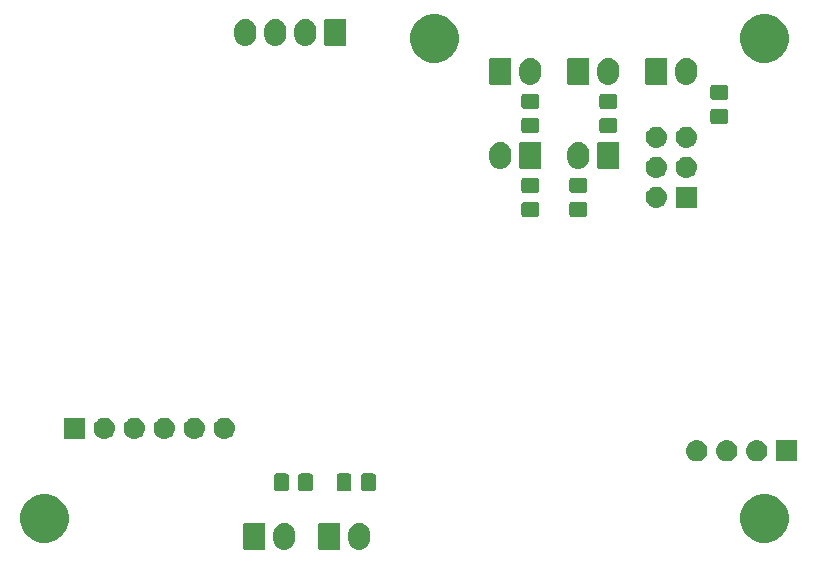
<source format=gbs>
%TF.GenerationSoftware,KiCad,Pcbnew,5.0.1*%
%TF.CreationDate,2019-02-04T17:12:45-06:00*%
%TF.ProjectId,RDP-Environmental,5244502D456E7669726F6E6D656E7461,01*%
%TF.SameCoordinates,Original*%
%TF.FileFunction,Soldermask,Bot*%
%TF.FilePolarity,Negative*%
%FSLAX46Y46*%
G04 Gerber Fmt 4.6, Leading zero omitted, Abs format (unit mm)*
G04 Created by KiCad (PCBNEW 5.0.1) date Mon 04 Feb 2019 05:12:45 PM CST*
%MOMM*%
%LPD*%
G01*
G04 APERTURE LIST*
%ADD10C,0.100000*%
G04 APERTURE END LIST*
D10*
G36*
X48440547Y-66426326D02*
X48556286Y-66461435D01*
X48614157Y-66478990D01*
X48635718Y-66490515D01*
X48774155Y-66564511D01*
X48914396Y-66679604D01*
X49029489Y-66819844D01*
X49069298Y-66894321D01*
X49115010Y-66979842D01*
X49124617Y-67011513D01*
X49167674Y-67153452D01*
X49181000Y-67288756D01*
X49181000Y-67839243D01*
X49167674Y-67974548D01*
X49115010Y-68148157D01*
X49029489Y-68308156D01*
X48914396Y-68448396D01*
X48774156Y-68563489D01*
X48755314Y-68573560D01*
X48614158Y-68649010D01*
X48567551Y-68663148D01*
X48440548Y-68701674D01*
X48260000Y-68719456D01*
X48079453Y-68701674D01*
X47952450Y-68663148D01*
X47905843Y-68649010D01*
X47764687Y-68573560D01*
X47745845Y-68563489D01*
X47605605Y-68448396D01*
X47490512Y-68308156D01*
X47450703Y-68233680D01*
X47404990Y-68148158D01*
X47387435Y-68090287D01*
X47352326Y-67974548D01*
X47339000Y-67839244D01*
X47339000Y-67288757D01*
X47352326Y-67153453D01*
X47404990Y-66979844D01*
X47404990Y-66979843D01*
X47436183Y-66921486D01*
X47490511Y-66819845D01*
X47605604Y-66679604D01*
X47745844Y-66564511D01*
X47882685Y-66491368D01*
X47905842Y-66478990D01*
X47963713Y-66461435D01*
X48079452Y-66426326D01*
X48260000Y-66408544D01*
X48440547Y-66426326D01*
X48440547Y-66426326D01*
G37*
G36*
X54790547Y-66426326D02*
X54906286Y-66461435D01*
X54964157Y-66478990D01*
X54985718Y-66490515D01*
X55124155Y-66564511D01*
X55264396Y-66679604D01*
X55379489Y-66819844D01*
X55419298Y-66894321D01*
X55465010Y-66979842D01*
X55474617Y-67011513D01*
X55517674Y-67153452D01*
X55531000Y-67288756D01*
X55531000Y-67839243D01*
X55517674Y-67974548D01*
X55465010Y-68148157D01*
X55379489Y-68308156D01*
X55264396Y-68448396D01*
X55124156Y-68563489D01*
X55105314Y-68573560D01*
X54964158Y-68649010D01*
X54917551Y-68663148D01*
X54790548Y-68701674D01*
X54610000Y-68719456D01*
X54429453Y-68701674D01*
X54302450Y-68663148D01*
X54255843Y-68649010D01*
X54114687Y-68573560D01*
X54095845Y-68563489D01*
X53955605Y-68448396D01*
X53840512Y-68308156D01*
X53800703Y-68233680D01*
X53754990Y-68148158D01*
X53737435Y-68090287D01*
X53702326Y-67974548D01*
X53689000Y-67839244D01*
X53689000Y-67288757D01*
X53702326Y-67153453D01*
X53754990Y-66979844D01*
X53754990Y-66979843D01*
X53786183Y-66921486D01*
X53840511Y-66819845D01*
X53955604Y-66679604D01*
X54095844Y-66564511D01*
X54232685Y-66491368D01*
X54255842Y-66478990D01*
X54313713Y-66461435D01*
X54429452Y-66426326D01*
X54610000Y-66408544D01*
X54790547Y-66426326D01*
X54790547Y-66426326D01*
G37*
G36*
X46499560Y-66416966D02*
X46532383Y-66426923D01*
X46562632Y-66443092D01*
X46589148Y-66464852D01*
X46610908Y-66491368D01*
X46627077Y-66521617D01*
X46637034Y-66554440D01*
X46641000Y-66594712D01*
X46641000Y-68533288D01*
X46637034Y-68573560D01*
X46627077Y-68606383D01*
X46610908Y-68636632D01*
X46589148Y-68663148D01*
X46562632Y-68684908D01*
X46532383Y-68701077D01*
X46499560Y-68711034D01*
X46459288Y-68715000D01*
X44980712Y-68715000D01*
X44940440Y-68711034D01*
X44907617Y-68701077D01*
X44877368Y-68684908D01*
X44850852Y-68663148D01*
X44829092Y-68636632D01*
X44812923Y-68606383D01*
X44802966Y-68573560D01*
X44799000Y-68533288D01*
X44799000Y-66594712D01*
X44802966Y-66554440D01*
X44812923Y-66521617D01*
X44829092Y-66491368D01*
X44850852Y-66464852D01*
X44877368Y-66443092D01*
X44907617Y-66426923D01*
X44940440Y-66416966D01*
X44980712Y-66413000D01*
X46459288Y-66413000D01*
X46499560Y-66416966D01*
X46499560Y-66416966D01*
G37*
G36*
X52849560Y-66416966D02*
X52882383Y-66426923D01*
X52912632Y-66443092D01*
X52939148Y-66464852D01*
X52960908Y-66491368D01*
X52977077Y-66521617D01*
X52987034Y-66554440D01*
X52991000Y-66594712D01*
X52991000Y-68533288D01*
X52987034Y-68573560D01*
X52977077Y-68606383D01*
X52960908Y-68636632D01*
X52939148Y-68663148D01*
X52912632Y-68684908D01*
X52882383Y-68701077D01*
X52849560Y-68711034D01*
X52809288Y-68715000D01*
X51330712Y-68715000D01*
X51290440Y-68711034D01*
X51257617Y-68701077D01*
X51227368Y-68684908D01*
X51200852Y-68663148D01*
X51179092Y-68636632D01*
X51162923Y-68606383D01*
X51152966Y-68573560D01*
X51149000Y-68533288D01*
X51149000Y-66594712D01*
X51152966Y-66554440D01*
X51162923Y-66521617D01*
X51179092Y-66491368D01*
X51200852Y-66464852D01*
X51227368Y-66443092D01*
X51257617Y-66426923D01*
X51290440Y-66416966D01*
X51330712Y-66413000D01*
X52809288Y-66413000D01*
X52849560Y-66416966D01*
X52849560Y-66416966D01*
G37*
G36*
X89498252Y-64067818D02*
X89498254Y-64067819D01*
X89498255Y-64067819D01*
X89871513Y-64222427D01*
X89871514Y-64222428D01*
X90207439Y-64446886D01*
X90493114Y-64732561D01*
X90493116Y-64732564D01*
X90717573Y-65068487D01*
X90872181Y-65441745D01*
X90872182Y-65441748D01*
X90951000Y-65837993D01*
X90951000Y-66242007D01*
X90880843Y-66594712D01*
X90872181Y-66638255D01*
X90717573Y-67011513D01*
X90622731Y-67153454D01*
X90493114Y-67347439D01*
X90207439Y-67633114D01*
X90207436Y-67633116D01*
X89871513Y-67857573D01*
X89498255Y-68012181D01*
X89498254Y-68012181D01*
X89498252Y-68012182D01*
X89102007Y-68091000D01*
X88697993Y-68091000D01*
X88301748Y-68012182D01*
X88301746Y-68012181D01*
X88301745Y-68012181D01*
X87928487Y-67857573D01*
X87592564Y-67633116D01*
X87592561Y-67633114D01*
X87306886Y-67347439D01*
X87177269Y-67153454D01*
X87082427Y-67011513D01*
X86927819Y-66638255D01*
X86919158Y-66594712D01*
X86849000Y-66242007D01*
X86849000Y-65837993D01*
X86927818Y-65441748D01*
X86927819Y-65441745D01*
X87082427Y-65068487D01*
X87306884Y-64732564D01*
X87306886Y-64732561D01*
X87592561Y-64446886D01*
X87928486Y-64222428D01*
X87928487Y-64222427D01*
X88301745Y-64067819D01*
X88301746Y-64067819D01*
X88301748Y-64067818D01*
X88697993Y-63989000D01*
X89102007Y-63989000D01*
X89498252Y-64067818D01*
X89498252Y-64067818D01*
G37*
G36*
X28538252Y-64067818D02*
X28538254Y-64067819D01*
X28538255Y-64067819D01*
X28911513Y-64222427D01*
X28911514Y-64222428D01*
X29247439Y-64446886D01*
X29533114Y-64732561D01*
X29533116Y-64732564D01*
X29757573Y-65068487D01*
X29912181Y-65441745D01*
X29912182Y-65441748D01*
X29991000Y-65837993D01*
X29991000Y-66242007D01*
X29920843Y-66594712D01*
X29912181Y-66638255D01*
X29757573Y-67011513D01*
X29662731Y-67153454D01*
X29533114Y-67347439D01*
X29247439Y-67633114D01*
X29247436Y-67633116D01*
X28911513Y-67857573D01*
X28538255Y-68012181D01*
X28538254Y-68012181D01*
X28538252Y-68012182D01*
X28142007Y-68091000D01*
X27737993Y-68091000D01*
X27341748Y-68012182D01*
X27341746Y-68012181D01*
X27341745Y-68012181D01*
X26968487Y-67857573D01*
X26632564Y-67633116D01*
X26632561Y-67633114D01*
X26346886Y-67347439D01*
X26217269Y-67153454D01*
X26122427Y-67011513D01*
X25967819Y-66638255D01*
X25959158Y-66594712D01*
X25889000Y-66242007D01*
X25889000Y-65837993D01*
X25967818Y-65441748D01*
X25967819Y-65441745D01*
X26122427Y-65068487D01*
X26346884Y-64732564D01*
X26346886Y-64732561D01*
X26632561Y-64446886D01*
X26968486Y-64222428D01*
X26968487Y-64222427D01*
X27341745Y-64067819D01*
X27341746Y-64067819D01*
X27341748Y-64067818D01*
X27737993Y-63989000D01*
X28142007Y-63989000D01*
X28538252Y-64067818D01*
X28538252Y-64067818D01*
G37*
G36*
X48469677Y-62245465D02*
X48507364Y-62256898D01*
X48542103Y-62275466D01*
X48572548Y-62300452D01*
X48597534Y-62330897D01*
X48616102Y-62365636D01*
X48627535Y-62403323D01*
X48632000Y-62448661D01*
X48632000Y-63535339D01*
X48627535Y-63580677D01*
X48616102Y-63618364D01*
X48597534Y-63653103D01*
X48572548Y-63683548D01*
X48542103Y-63708534D01*
X48507364Y-63727102D01*
X48469677Y-63738535D01*
X48424339Y-63743000D01*
X47587661Y-63743000D01*
X47542323Y-63738535D01*
X47504636Y-63727102D01*
X47469897Y-63708534D01*
X47439452Y-63683548D01*
X47414466Y-63653103D01*
X47395898Y-63618364D01*
X47384465Y-63580677D01*
X47380000Y-63535339D01*
X47380000Y-62448661D01*
X47384465Y-62403323D01*
X47395898Y-62365636D01*
X47414466Y-62330897D01*
X47439452Y-62300452D01*
X47469897Y-62275466D01*
X47504636Y-62256898D01*
X47542323Y-62245465D01*
X47587661Y-62241000D01*
X48424339Y-62241000D01*
X48469677Y-62245465D01*
X48469677Y-62245465D01*
G37*
G36*
X50519677Y-62245465D02*
X50557364Y-62256898D01*
X50592103Y-62275466D01*
X50622548Y-62300452D01*
X50647534Y-62330897D01*
X50666102Y-62365636D01*
X50677535Y-62403323D01*
X50682000Y-62448661D01*
X50682000Y-63535339D01*
X50677535Y-63580677D01*
X50666102Y-63618364D01*
X50647534Y-63653103D01*
X50622548Y-63683548D01*
X50592103Y-63708534D01*
X50557364Y-63727102D01*
X50519677Y-63738535D01*
X50474339Y-63743000D01*
X49637661Y-63743000D01*
X49592323Y-63738535D01*
X49554636Y-63727102D01*
X49519897Y-63708534D01*
X49489452Y-63683548D01*
X49464466Y-63653103D01*
X49445898Y-63618364D01*
X49434465Y-63580677D01*
X49430000Y-63535339D01*
X49430000Y-62448661D01*
X49434465Y-62403323D01*
X49445898Y-62365636D01*
X49464466Y-62330897D01*
X49489452Y-62300452D01*
X49519897Y-62275466D01*
X49554636Y-62256898D01*
X49592323Y-62245465D01*
X49637661Y-62241000D01*
X50474339Y-62241000D01*
X50519677Y-62245465D01*
X50519677Y-62245465D01*
G37*
G36*
X55835677Y-62245465D02*
X55873364Y-62256898D01*
X55908103Y-62275466D01*
X55938548Y-62300452D01*
X55963534Y-62330897D01*
X55982102Y-62365636D01*
X55993535Y-62403323D01*
X55998000Y-62448661D01*
X55998000Y-63535339D01*
X55993535Y-63580677D01*
X55982102Y-63618364D01*
X55963534Y-63653103D01*
X55938548Y-63683548D01*
X55908103Y-63708534D01*
X55873364Y-63727102D01*
X55835677Y-63738535D01*
X55790339Y-63743000D01*
X54953661Y-63743000D01*
X54908323Y-63738535D01*
X54870636Y-63727102D01*
X54835897Y-63708534D01*
X54805452Y-63683548D01*
X54780466Y-63653103D01*
X54761898Y-63618364D01*
X54750465Y-63580677D01*
X54746000Y-63535339D01*
X54746000Y-62448661D01*
X54750465Y-62403323D01*
X54761898Y-62365636D01*
X54780466Y-62330897D01*
X54805452Y-62300452D01*
X54835897Y-62275466D01*
X54870636Y-62256898D01*
X54908323Y-62245465D01*
X54953661Y-62241000D01*
X55790339Y-62241000D01*
X55835677Y-62245465D01*
X55835677Y-62245465D01*
G37*
G36*
X53785677Y-62245465D02*
X53823364Y-62256898D01*
X53858103Y-62275466D01*
X53888548Y-62300452D01*
X53913534Y-62330897D01*
X53932102Y-62365636D01*
X53943535Y-62403323D01*
X53948000Y-62448661D01*
X53948000Y-63535339D01*
X53943535Y-63580677D01*
X53932102Y-63618364D01*
X53913534Y-63653103D01*
X53888548Y-63683548D01*
X53858103Y-63708534D01*
X53823364Y-63727102D01*
X53785677Y-63738535D01*
X53740339Y-63743000D01*
X52903661Y-63743000D01*
X52858323Y-63738535D01*
X52820636Y-63727102D01*
X52785897Y-63708534D01*
X52755452Y-63683548D01*
X52730466Y-63653103D01*
X52711898Y-63618364D01*
X52700465Y-63580677D01*
X52696000Y-63535339D01*
X52696000Y-62448661D01*
X52700465Y-62403323D01*
X52711898Y-62365636D01*
X52730466Y-62330897D01*
X52755452Y-62300452D01*
X52785897Y-62275466D01*
X52820636Y-62256898D01*
X52858323Y-62245465D01*
X52903661Y-62241000D01*
X53740339Y-62241000D01*
X53785677Y-62245465D01*
X53785677Y-62245465D01*
G37*
G36*
X88375442Y-59430518D02*
X88441627Y-59437037D01*
X88554853Y-59471384D01*
X88611467Y-59488557D01*
X88750087Y-59562652D01*
X88767991Y-59572222D01*
X88803729Y-59601552D01*
X88905186Y-59684814D01*
X88988448Y-59786271D01*
X89017778Y-59822009D01*
X89017779Y-59822011D01*
X89101443Y-59978533D01*
X89101443Y-59978534D01*
X89152963Y-60148373D01*
X89170359Y-60325000D01*
X89152963Y-60501627D01*
X89118616Y-60614853D01*
X89101443Y-60671467D01*
X89027348Y-60810087D01*
X89017778Y-60827991D01*
X88988448Y-60863729D01*
X88905186Y-60965186D01*
X88803729Y-61048448D01*
X88767991Y-61077778D01*
X88767989Y-61077779D01*
X88611467Y-61161443D01*
X88554853Y-61178616D01*
X88441627Y-61212963D01*
X88375442Y-61219482D01*
X88309260Y-61226000D01*
X88220740Y-61226000D01*
X88154558Y-61219482D01*
X88088373Y-61212963D01*
X87975147Y-61178616D01*
X87918533Y-61161443D01*
X87762011Y-61077779D01*
X87762009Y-61077778D01*
X87726271Y-61048448D01*
X87624814Y-60965186D01*
X87541552Y-60863729D01*
X87512222Y-60827991D01*
X87502652Y-60810087D01*
X87428557Y-60671467D01*
X87411384Y-60614853D01*
X87377037Y-60501627D01*
X87359641Y-60325000D01*
X87377037Y-60148373D01*
X87428557Y-59978534D01*
X87428557Y-59978533D01*
X87512221Y-59822011D01*
X87512222Y-59822009D01*
X87541552Y-59786271D01*
X87624814Y-59684814D01*
X87726271Y-59601552D01*
X87762009Y-59572222D01*
X87779913Y-59562652D01*
X87918533Y-59488557D01*
X87975147Y-59471384D01*
X88088373Y-59437037D01*
X88154558Y-59430518D01*
X88220740Y-59424000D01*
X88309260Y-59424000D01*
X88375442Y-59430518D01*
X88375442Y-59430518D01*
G37*
G36*
X83295442Y-59430518D02*
X83361627Y-59437037D01*
X83474853Y-59471384D01*
X83531467Y-59488557D01*
X83670087Y-59562652D01*
X83687991Y-59572222D01*
X83723729Y-59601552D01*
X83825186Y-59684814D01*
X83908448Y-59786271D01*
X83937778Y-59822009D01*
X83937779Y-59822011D01*
X84021443Y-59978533D01*
X84021443Y-59978534D01*
X84072963Y-60148373D01*
X84090359Y-60325000D01*
X84072963Y-60501627D01*
X84038616Y-60614853D01*
X84021443Y-60671467D01*
X83947348Y-60810087D01*
X83937778Y-60827991D01*
X83908448Y-60863729D01*
X83825186Y-60965186D01*
X83723729Y-61048448D01*
X83687991Y-61077778D01*
X83687989Y-61077779D01*
X83531467Y-61161443D01*
X83474853Y-61178616D01*
X83361627Y-61212963D01*
X83295442Y-61219482D01*
X83229260Y-61226000D01*
X83140740Y-61226000D01*
X83074558Y-61219482D01*
X83008373Y-61212963D01*
X82895147Y-61178616D01*
X82838533Y-61161443D01*
X82682011Y-61077779D01*
X82682009Y-61077778D01*
X82646271Y-61048448D01*
X82544814Y-60965186D01*
X82461552Y-60863729D01*
X82432222Y-60827991D01*
X82422652Y-60810087D01*
X82348557Y-60671467D01*
X82331384Y-60614853D01*
X82297037Y-60501627D01*
X82279641Y-60325000D01*
X82297037Y-60148373D01*
X82348557Y-59978534D01*
X82348557Y-59978533D01*
X82432221Y-59822011D01*
X82432222Y-59822009D01*
X82461552Y-59786271D01*
X82544814Y-59684814D01*
X82646271Y-59601552D01*
X82682009Y-59572222D01*
X82699913Y-59562652D01*
X82838533Y-59488557D01*
X82895147Y-59471384D01*
X83008373Y-59437037D01*
X83074558Y-59430518D01*
X83140740Y-59424000D01*
X83229260Y-59424000D01*
X83295442Y-59430518D01*
X83295442Y-59430518D01*
G37*
G36*
X85835442Y-59430518D02*
X85901627Y-59437037D01*
X86014853Y-59471384D01*
X86071467Y-59488557D01*
X86210087Y-59562652D01*
X86227991Y-59572222D01*
X86263729Y-59601552D01*
X86365186Y-59684814D01*
X86448448Y-59786271D01*
X86477778Y-59822009D01*
X86477779Y-59822011D01*
X86561443Y-59978533D01*
X86561443Y-59978534D01*
X86612963Y-60148373D01*
X86630359Y-60325000D01*
X86612963Y-60501627D01*
X86578616Y-60614853D01*
X86561443Y-60671467D01*
X86487348Y-60810087D01*
X86477778Y-60827991D01*
X86448448Y-60863729D01*
X86365186Y-60965186D01*
X86263729Y-61048448D01*
X86227991Y-61077778D01*
X86227989Y-61077779D01*
X86071467Y-61161443D01*
X86014853Y-61178616D01*
X85901627Y-61212963D01*
X85835442Y-61219482D01*
X85769260Y-61226000D01*
X85680740Y-61226000D01*
X85614558Y-61219482D01*
X85548373Y-61212963D01*
X85435147Y-61178616D01*
X85378533Y-61161443D01*
X85222011Y-61077779D01*
X85222009Y-61077778D01*
X85186271Y-61048448D01*
X85084814Y-60965186D01*
X85001552Y-60863729D01*
X84972222Y-60827991D01*
X84962652Y-60810087D01*
X84888557Y-60671467D01*
X84871384Y-60614853D01*
X84837037Y-60501627D01*
X84819641Y-60325000D01*
X84837037Y-60148373D01*
X84888557Y-59978534D01*
X84888557Y-59978533D01*
X84972221Y-59822011D01*
X84972222Y-59822009D01*
X85001552Y-59786271D01*
X85084814Y-59684814D01*
X85186271Y-59601552D01*
X85222009Y-59572222D01*
X85239913Y-59562652D01*
X85378533Y-59488557D01*
X85435147Y-59471384D01*
X85548373Y-59437037D01*
X85614558Y-59430518D01*
X85680740Y-59424000D01*
X85769260Y-59424000D01*
X85835442Y-59430518D01*
X85835442Y-59430518D01*
G37*
G36*
X91706000Y-61226000D02*
X89904000Y-61226000D01*
X89904000Y-59424000D01*
X91706000Y-59424000D01*
X91706000Y-61226000D01*
X91706000Y-61226000D01*
G37*
G36*
X33130443Y-57525519D02*
X33196627Y-57532037D01*
X33309853Y-57566384D01*
X33366467Y-57583557D01*
X33505087Y-57657652D01*
X33522991Y-57667222D01*
X33558729Y-57696552D01*
X33660186Y-57779814D01*
X33743448Y-57881271D01*
X33772778Y-57917009D01*
X33772779Y-57917011D01*
X33856443Y-58073533D01*
X33856443Y-58073534D01*
X33907963Y-58243373D01*
X33925359Y-58420000D01*
X33907963Y-58596627D01*
X33873616Y-58709853D01*
X33856443Y-58766467D01*
X33782348Y-58905087D01*
X33772778Y-58922991D01*
X33743448Y-58958729D01*
X33660186Y-59060186D01*
X33558729Y-59143448D01*
X33522991Y-59172778D01*
X33522989Y-59172779D01*
X33366467Y-59256443D01*
X33309853Y-59273616D01*
X33196627Y-59307963D01*
X33130442Y-59314482D01*
X33064260Y-59321000D01*
X32975740Y-59321000D01*
X32909558Y-59314482D01*
X32843373Y-59307963D01*
X32730147Y-59273616D01*
X32673533Y-59256443D01*
X32517011Y-59172779D01*
X32517009Y-59172778D01*
X32481271Y-59143448D01*
X32379814Y-59060186D01*
X32296552Y-58958729D01*
X32267222Y-58922991D01*
X32257652Y-58905087D01*
X32183557Y-58766467D01*
X32166384Y-58709853D01*
X32132037Y-58596627D01*
X32114641Y-58420000D01*
X32132037Y-58243373D01*
X32183557Y-58073534D01*
X32183557Y-58073533D01*
X32267221Y-57917011D01*
X32267222Y-57917009D01*
X32296552Y-57881271D01*
X32379814Y-57779814D01*
X32481271Y-57696552D01*
X32517009Y-57667222D01*
X32534913Y-57657652D01*
X32673533Y-57583557D01*
X32730147Y-57566384D01*
X32843373Y-57532037D01*
X32909557Y-57525519D01*
X32975740Y-57519000D01*
X33064260Y-57519000D01*
X33130443Y-57525519D01*
X33130443Y-57525519D01*
G37*
G36*
X35670443Y-57525519D02*
X35736627Y-57532037D01*
X35849853Y-57566384D01*
X35906467Y-57583557D01*
X36045087Y-57657652D01*
X36062991Y-57667222D01*
X36098729Y-57696552D01*
X36200186Y-57779814D01*
X36283448Y-57881271D01*
X36312778Y-57917009D01*
X36312779Y-57917011D01*
X36396443Y-58073533D01*
X36396443Y-58073534D01*
X36447963Y-58243373D01*
X36465359Y-58420000D01*
X36447963Y-58596627D01*
X36413616Y-58709853D01*
X36396443Y-58766467D01*
X36322348Y-58905087D01*
X36312778Y-58922991D01*
X36283448Y-58958729D01*
X36200186Y-59060186D01*
X36098729Y-59143448D01*
X36062991Y-59172778D01*
X36062989Y-59172779D01*
X35906467Y-59256443D01*
X35849853Y-59273616D01*
X35736627Y-59307963D01*
X35670442Y-59314482D01*
X35604260Y-59321000D01*
X35515740Y-59321000D01*
X35449558Y-59314482D01*
X35383373Y-59307963D01*
X35270147Y-59273616D01*
X35213533Y-59256443D01*
X35057011Y-59172779D01*
X35057009Y-59172778D01*
X35021271Y-59143448D01*
X34919814Y-59060186D01*
X34836552Y-58958729D01*
X34807222Y-58922991D01*
X34797652Y-58905087D01*
X34723557Y-58766467D01*
X34706384Y-58709853D01*
X34672037Y-58596627D01*
X34654641Y-58420000D01*
X34672037Y-58243373D01*
X34723557Y-58073534D01*
X34723557Y-58073533D01*
X34807221Y-57917011D01*
X34807222Y-57917009D01*
X34836552Y-57881271D01*
X34919814Y-57779814D01*
X35021271Y-57696552D01*
X35057009Y-57667222D01*
X35074913Y-57657652D01*
X35213533Y-57583557D01*
X35270147Y-57566384D01*
X35383373Y-57532037D01*
X35449557Y-57525519D01*
X35515740Y-57519000D01*
X35604260Y-57519000D01*
X35670443Y-57525519D01*
X35670443Y-57525519D01*
G37*
G36*
X31381000Y-59321000D02*
X29579000Y-59321000D01*
X29579000Y-57519000D01*
X31381000Y-57519000D01*
X31381000Y-59321000D01*
X31381000Y-59321000D01*
G37*
G36*
X38210443Y-57525519D02*
X38276627Y-57532037D01*
X38389853Y-57566384D01*
X38446467Y-57583557D01*
X38585087Y-57657652D01*
X38602991Y-57667222D01*
X38638729Y-57696552D01*
X38740186Y-57779814D01*
X38823448Y-57881271D01*
X38852778Y-57917009D01*
X38852779Y-57917011D01*
X38936443Y-58073533D01*
X38936443Y-58073534D01*
X38987963Y-58243373D01*
X39005359Y-58420000D01*
X38987963Y-58596627D01*
X38953616Y-58709853D01*
X38936443Y-58766467D01*
X38862348Y-58905087D01*
X38852778Y-58922991D01*
X38823448Y-58958729D01*
X38740186Y-59060186D01*
X38638729Y-59143448D01*
X38602991Y-59172778D01*
X38602989Y-59172779D01*
X38446467Y-59256443D01*
X38389853Y-59273616D01*
X38276627Y-59307963D01*
X38210442Y-59314482D01*
X38144260Y-59321000D01*
X38055740Y-59321000D01*
X37989558Y-59314482D01*
X37923373Y-59307963D01*
X37810147Y-59273616D01*
X37753533Y-59256443D01*
X37597011Y-59172779D01*
X37597009Y-59172778D01*
X37561271Y-59143448D01*
X37459814Y-59060186D01*
X37376552Y-58958729D01*
X37347222Y-58922991D01*
X37337652Y-58905087D01*
X37263557Y-58766467D01*
X37246384Y-58709853D01*
X37212037Y-58596627D01*
X37194641Y-58420000D01*
X37212037Y-58243373D01*
X37263557Y-58073534D01*
X37263557Y-58073533D01*
X37347221Y-57917011D01*
X37347222Y-57917009D01*
X37376552Y-57881271D01*
X37459814Y-57779814D01*
X37561271Y-57696552D01*
X37597009Y-57667222D01*
X37614913Y-57657652D01*
X37753533Y-57583557D01*
X37810147Y-57566384D01*
X37923373Y-57532037D01*
X37989557Y-57525519D01*
X38055740Y-57519000D01*
X38144260Y-57519000D01*
X38210443Y-57525519D01*
X38210443Y-57525519D01*
G37*
G36*
X40750443Y-57525519D02*
X40816627Y-57532037D01*
X40929853Y-57566384D01*
X40986467Y-57583557D01*
X41125087Y-57657652D01*
X41142991Y-57667222D01*
X41178729Y-57696552D01*
X41280186Y-57779814D01*
X41363448Y-57881271D01*
X41392778Y-57917009D01*
X41392779Y-57917011D01*
X41476443Y-58073533D01*
X41476443Y-58073534D01*
X41527963Y-58243373D01*
X41545359Y-58420000D01*
X41527963Y-58596627D01*
X41493616Y-58709853D01*
X41476443Y-58766467D01*
X41402348Y-58905087D01*
X41392778Y-58922991D01*
X41363448Y-58958729D01*
X41280186Y-59060186D01*
X41178729Y-59143448D01*
X41142991Y-59172778D01*
X41142989Y-59172779D01*
X40986467Y-59256443D01*
X40929853Y-59273616D01*
X40816627Y-59307963D01*
X40750442Y-59314482D01*
X40684260Y-59321000D01*
X40595740Y-59321000D01*
X40529558Y-59314482D01*
X40463373Y-59307963D01*
X40350147Y-59273616D01*
X40293533Y-59256443D01*
X40137011Y-59172779D01*
X40137009Y-59172778D01*
X40101271Y-59143448D01*
X39999814Y-59060186D01*
X39916552Y-58958729D01*
X39887222Y-58922991D01*
X39877652Y-58905087D01*
X39803557Y-58766467D01*
X39786384Y-58709853D01*
X39752037Y-58596627D01*
X39734641Y-58420000D01*
X39752037Y-58243373D01*
X39803557Y-58073534D01*
X39803557Y-58073533D01*
X39887221Y-57917011D01*
X39887222Y-57917009D01*
X39916552Y-57881271D01*
X39999814Y-57779814D01*
X40101271Y-57696552D01*
X40137009Y-57667222D01*
X40154913Y-57657652D01*
X40293533Y-57583557D01*
X40350147Y-57566384D01*
X40463373Y-57532037D01*
X40529557Y-57525519D01*
X40595740Y-57519000D01*
X40684260Y-57519000D01*
X40750443Y-57525519D01*
X40750443Y-57525519D01*
G37*
G36*
X43290443Y-57525519D02*
X43356627Y-57532037D01*
X43469853Y-57566384D01*
X43526467Y-57583557D01*
X43665087Y-57657652D01*
X43682991Y-57667222D01*
X43718729Y-57696552D01*
X43820186Y-57779814D01*
X43903448Y-57881271D01*
X43932778Y-57917009D01*
X43932779Y-57917011D01*
X44016443Y-58073533D01*
X44016443Y-58073534D01*
X44067963Y-58243373D01*
X44085359Y-58420000D01*
X44067963Y-58596627D01*
X44033616Y-58709853D01*
X44016443Y-58766467D01*
X43942348Y-58905087D01*
X43932778Y-58922991D01*
X43903448Y-58958729D01*
X43820186Y-59060186D01*
X43718729Y-59143448D01*
X43682991Y-59172778D01*
X43682989Y-59172779D01*
X43526467Y-59256443D01*
X43469853Y-59273616D01*
X43356627Y-59307963D01*
X43290442Y-59314482D01*
X43224260Y-59321000D01*
X43135740Y-59321000D01*
X43069558Y-59314482D01*
X43003373Y-59307963D01*
X42890147Y-59273616D01*
X42833533Y-59256443D01*
X42677011Y-59172779D01*
X42677009Y-59172778D01*
X42641271Y-59143448D01*
X42539814Y-59060186D01*
X42456552Y-58958729D01*
X42427222Y-58922991D01*
X42417652Y-58905087D01*
X42343557Y-58766467D01*
X42326384Y-58709853D01*
X42292037Y-58596627D01*
X42274641Y-58420000D01*
X42292037Y-58243373D01*
X42343557Y-58073534D01*
X42343557Y-58073533D01*
X42427221Y-57917011D01*
X42427222Y-57917009D01*
X42456552Y-57881271D01*
X42539814Y-57779814D01*
X42641271Y-57696552D01*
X42677009Y-57667222D01*
X42694913Y-57657652D01*
X42833533Y-57583557D01*
X42890147Y-57566384D01*
X43003373Y-57532037D01*
X43069557Y-57525519D01*
X43135740Y-57519000D01*
X43224260Y-57519000D01*
X43290443Y-57525519D01*
X43290443Y-57525519D01*
G37*
G36*
X69676677Y-39274465D02*
X69714364Y-39285898D01*
X69749103Y-39304466D01*
X69779548Y-39329452D01*
X69804534Y-39359897D01*
X69823102Y-39394636D01*
X69834535Y-39432323D01*
X69839000Y-39477661D01*
X69839000Y-40314339D01*
X69834535Y-40359677D01*
X69823102Y-40397364D01*
X69804534Y-40432103D01*
X69779548Y-40462548D01*
X69749103Y-40487534D01*
X69714364Y-40506102D01*
X69676677Y-40517535D01*
X69631339Y-40522000D01*
X68544661Y-40522000D01*
X68499323Y-40517535D01*
X68461636Y-40506102D01*
X68426897Y-40487534D01*
X68396452Y-40462548D01*
X68371466Y-40432103D01*
X68352898Y-40397364D01*
X68341465Y-40359677D01*
X68337000Y-40314339D01*
X68337000Y-39477661D01*
X68341465Y-39432323D01*
X68352898Y-39394636D01*
X68371466Y-39359897D01*
X68396452Y-39329452D01*
X68426897Y-39304466D01*
X68461636Y-39285898D01*
X68499323Y-39274465D01*
X68544661Y-39270000D01*
X69631339Y-39270000D01*
X69676677Y-39274465D01*
X69676677Y-39274465D01*
G37*
G36*
X73740677Y-39265465D02*
X73778364Y-39276898D01*
X73813103Y-39295466D01*
X73843548Y-39320452D01*
X73868534Y-39350897D01*
X73887102Y-39385636D01*
X73898535Y-39423323D01*
X73903000Y-39468661D01*
X73903000Y-40305339D01*
X73898535Y-40350677D01*
X73887102Y-40388364D01*
X73868534Y-40423103D01*
X73843548Y-40453548D01*
X73813103Y-40478534D01*
X73778364Y-40497102D01*
X73740677Y-40508535D01*
X73695339Y-40513000D01*
X72608661Y-40513000D01*
X72563323Y-40508535D01*
X72525636Y-40497102D01*
X72490897Y-40478534D01*
X72460452Y-40453548D01*
X72435466Y-40423103D01*
X72416898Y-40388364D01*
X72405465Y-40350677D01*
X72401000Y-40305339D01*
X72401000Y-39468661D01*
X72405465Y-39423323D01*
X72416898Y-39385636D01*
X72435466Y-39350897D01*
X72460452Y-39320452D01*
X72490897Y-39295466D01*
X72525636Y-39276898D01*
X72563323Y-39265465D01*
X72608661Y-39261000D01*
X73695339Y-39261000D01*
X73740677Y-39265465D01*
X73740677Y-39265465D01*
G37*
G36*
X79866442Y-37967518D02*
X79932627Y-37974037D01*
X80045853Y-38008384D01*
X80102467Y-38025557D01*
X80241087Y-38099652D01*
X80258991Y-38109222D01*
X80294729Y-38138552D01*
X80396186Y-38221814D01*
X80456233Y-38294983D01*
X80508778Y-38359009D01*
X80508779Y-38359011D01*
X80592443Y-38515533D01*
X80592443Y-38515534D01*
X80643963Y-38685373D01*
X80661359Y-38862000D01*
X80643963Y-39038627D01*
X80609616Y-39151853D01*
X80592443Y-39208467D01*
X80532585Y-39320452D01*
X80508778Y-39364991D01*
X80494850Y-39381962D01*
X80396186Y-39502186D01*
X80294729Y-39585448D01*
X80258991Y-39614778D01*
X80258989Y-39614779D01*
X80102467Y-39698443D01*
X80045853Y-39715616D01*
X79932627Y-39749963D01*
X79866442Y-39756482D01*
X79800260Y-39763000D01*
X79711740Y-39763000D01*
X79645558Y-39756482D01*
X79579373Y-39749963D01*
X79466147Y-39715616D01*
X79409533Y-39698443D01*
X79253011Y-39614779D01*
X79253009Y-39614778D01*
X79217271Y-39585448D01*
X79115814Y-39502186D01*
X79017150Y-39381962D01*
X79003222Y-39364991D01*
X78979415Y-39320452D01*
X78919557Y-39208467D01*
X78902384Y-39151853D01*
X78868037Y-39038627D01*
X78850641Y-38862000D01*
X78868037Y-38685373D01*
X78919557Y-38515534D01*
X78919557Y-38515533D01*
X79003221Y-38359011D01*
X79003222Y-38359009D01*
X79055767Y-38294983D01*
X79115814Y-38221814D01*
X79217271Y-38138552D01*
X79253009Y-38109222D01*
X79270913Y-38099652D01*
X79409533Y-38025557D01*
X79466147Y-38008384D01*
X79579373Y-37974037D01*
X79645558Y-37967518D01*
X79711740Y-37961000D01*
X79800260Y-37961000D01*
X79866442Y-37967518D01*
X79866442Y-37967518D01*
G37*
G36*
X83197000Y-39763000D02*
X81395000Y-39763000D01*
X81395000Y-37961000D01*
X83197000Y-37961000D01*
X83197000Y-39763000D01*
X83197000Y-39763000D01*
G37*
G36*
X69676677Y-37224465D02*
X69714364Y-37235898D01*
X69749103Y-37254466D01*
X69779548Y-37279452D01*
X69804534Y-37309897D01*
X69823102Y-37344636D01*
X69834535Y-37382323D01*
X69839000Y-37427661D01*
X69839000Y-38264339D01*
X69834535Y-38309677D01*
X69823102Y-38347364D01*
X69804534Y-38382103D01*
X69779548Y-38412548D01*
X69749103Y-38437534D01*
X69714364Y-38456102D01*
X69676677Y-38467535D01*
X69631339Y-38472000D01*
X68544661Y-38472000D01*
X68499323Y-38467535D01*
X68461636Y-38456102D01*
X68426897Y-38437534D01*
X68396452Y-38412548D01*
X68371466Y-38382103D01*
X68352898Y-38347364D01*
X68341465Y-38309677D01*
X68337000Y-38264339D01*
X68337000Y-37427661D01*
X68341465Y-37382323D01*
X68352898Y-37344636D01*
X68371466Y-37309897D01*
X68396452Y-37279452D01*
X68426897Y-37254466D01*
X68461636Y-37235898D01*
X68499323Y-37224465D01*
X68544661Y-37220000D01*
X69631339Y-37220000D01*
X69676677Y-37224465D01*
X69676677Y-37224465D01*
G37*
G36*
X73740677Y-37215465D02*
X73778364Y-37226898D01*
X73813103Y-37245466D01*
X73843548Y-37270452D01*
X73868534Y-37300897D01*
X73887102Y-37335636D01*
X73898535Y-37373323D01*
X73903000Y-37418661D01*
X73903000Y-38255339D01*
X73898535Y-38300677D01*
X73887102Y-38338364D01*
X73868534Y-38373103D01*
X73843548Y-38403548D01*
X73813103Y-38428534D01*
X73778364Y-38447102D01*
X73740677Y-38458535D01*
X73695339Y-38463000D01*
X72608661Y-38463000D01*
X72563323Y-38458535D01*
X72525636Y-38447102D01*
X72490897Y-38428534D01*
X72460452Y-38403548D01*
X72435466Y-38373103D01*
X72416898Y-38338364D01*
X72405465Y-38300677D01*
X72401000Y-38255339D01*
X72401000Y-37418661D01*
X72405465Y-37373323D01*
X72416898Y-37335636D01*
X72435466Y-37300897D01*
X72460452Y-37270452D01*
X72490897Y-37245466D01*
X72525636Y-37226898D01*
X72563323Y-37215465D01*
X72608661Y-37211000D01*
X73695339Y-37211000D01*
X73740677Y-37215465D01*
X73740677Y-37215465D01*
G37*
G36*
X82406443Y-35427519D02*
X82472627Y-35434037D01*
X82585853Y-35468384D01*
X82642467Y-35485557D01*
X82781087Y-35559652D01*
X82798991Y-35569222D01*
X82813641Y-35581245D01*
X82936186Y-35681814D01*
X83019448Y-35783271D01*
X83048778Y-35819009D01*
X83048779Y-35819011D01*
X83132443Y-35975533D01*
X83132443Y-35975534D01*
X83183963Y-36145373D01*
X83201359Y-36322000D01*
X83183963Y-36498627D01*
X83149616Y-36611853D01*
X83132443Y-36668467D01*
X83058348Y-36807087D01*
X83048778Y-36824991D01*
X83019448Y-36860729D01*
X82936186Y-36962186D01*
X82834729Y-37045448D01*
X82798991Y-37074778D01*
X82798989Y-37074779D01*
X82642467Y-37158443D01*
X82585853Y-37175616D01*
X82472627Y-37209963D01*
X82416763Y-37215465D01*
X82340260Y-37223000D01*
X82251740Y-37223000D01*
X82175237Y-37215465D01*
X82119373Y-37209963D01*
X82006147Y-37175616D01*
X81949533Y-37158443D01*
X81793011Y-37074779D01*
X81793009Y-37074778D01*
X81757271Y-37045448D01*
X81655814Y-36962186D01*
X81572552Y-36860729D01*
X81543222Y-36824991D01*
X81533652Y-36807087D01*
X81459557Y-36668467D01*
X81442384Y-36611853D01*
X81408037Y-36498627D01*
X81390641Y-36322000D01*
X81408037Y-36145373D01*
X81459557Y-35975534D01*
X81459557Y-35975533D01*
X81543221Y-35819011D01*
X81543222Y-35819009D01*
X81572552Y-35783271D01*
X81655814Y-35681814D01*
X81778359Y-35581245D01*
X81793009Y-35569222D01*
X81810913Y-35559652D01*
X81949533Y-35485557D01*
X82006147Y-35468384D01*
X82119373Y-35434037D01*
X82185557Y-35427519D01*
X82251740Y-35421000D01*
X82340260Y-35421000D01*
X82406443Y-35427519D01*
X82406443Y-35427519D01*
G37*
G36*
X79866443Y-35427519D02*
X79932627Y-35434037D01*
X80045853Y-35468384D01*
X80102467Y-35485557D01*
X80241087Y-35559652D01*
X80258991Y-35569222D01*
X80273641Y-35581245D01*
X80396186Y-35681814D01*
X80479448Y-35783271D01*
X80508778Y-35819009D01*
X80508779Y-35819011D01*
X80592443Y-35975533D01*
X80592443Y-35975534D01*
X80643963Y-36145373D01*
X80661359Y-36322000D01*
X80643963Y-36498627D01*
X80609616Y-36611853D01*
X80592443Y-36668467D01*
X80518348Y-36807087D01*
X80508778Y-36824991D01*
X80479448Y-36860729D01*
X80396186Y-36962186D01*
X80294729Y-37045448D01*
X80258991Y-37074778D01*
X80258989Y-37074779D01*
X80102467Y-37158443D01*
X80045853Y-37175616D01*
X79932627Y-37209963D01*
X79876763Y-37215465D01*
X79800260Y-37223000D01*
X79711740Y-37223000D01*
X79635237Y-37215465D01*
X79579373Y-37209963D01*
X79466147Y-37175616D01*
X79409533Y-37158443D01*
X79253011Y-37074779D01*
X79253009Y-37074778D01*
X79217271Y-37045448D01*
X79115814Y-36962186D01*
X79032552Y-36860729D01*
X79003222Y-36824991D01*
X78993652Y-36807087D01*
X78919557Y-36668467D01*
X78902384Y-36611853D01*
X78868037Y-36498627D01*
X78850641Y-36322000D01*
X78868037Y-36145373D01*
X78919557Y-35975534D01*
X78919557Y-35975533D01*
X79003221Y-35819011D01*
X79003222Y-35819009D01*
X79032552Y-35783271D01*
X79115814Y-35681814D01*
X79238359Y-35581245D01*
X79253009Y-35569222D01*
X79270913Y-35559652D01*
X79409533Y-35485557D01*
X79466147Y-35468384D01*
X79579373Y-35434037D01*
X79645557Y-35427519D01*
X79711740Y-35421000D01*
X79800260Y-35421000D01*
X79866443Y-35427519D01*
X79866443Y-35427519D01*
G37*
G36*
X66728548Y-34168326D02*
X66844287Y-34203435D01*
X66902158Y-34220990D01*
X66925315Y-34233368D01*
X67062156Y-34306511D01*
X67202396Y-34421604D01*
X67317489Y-34561844D01*
X67403010Y-34721843D01*
X67455674Y-34895452D01*
X67469000Y-35030757D01*
X67469000Y-35581244D01*
X67455674Y-35716548D01*
X67424593Y-35819009D01*
X67403010Y-35890158D01*
X67357376Y-35975533D01*
X67317489Y-36050156D01*
X67202396Y-36190396D01*
X67062155Y-36305489D01*
X66960514Y-36359817D01*
X66902157Y-36391010D01*
X66855550Y-36405148D01*
X66728547Y-36443674D01*
X66548000Y-36461456D01*
X66367452Y-36443674D01*
X66240449Y-36405148D01*
X66193842Y-36391010D01*
X66097250Y-36339380D01*
X66033844Y-36305489D01*
X65893604Y-36190396D01*
X65778511Y-36050155D01*
X65692991Y-35890158D01*
X65692990Y-35890157D01*
X65671408Y-35819009D01*
X65640326Y-35716547D01*
X65627000Y-35581243D01*
X65627000Y-35030756D01*
X65640326Y-34895452D01*
X65692990Y-34721843D01*
X65692990Y-34721842D01*
X65778513Y-34561843D01*
X65893605Y-34421604D01*
X66033844Y-34306512D01*
X66033843Y-34306512D01*
X66033845Y-34306511D01*
X66170686Y-34233368D01*
X66193843Y-34220990D01*
X66251714Y-34203435D01*
X66367453Y-34168326D01*
X66548000Y-34150544D01*
X66728548Y-34168326D01*
X66728548Y-34168326D01*
G37*
G36*
X73332548Y-34168326D02*
X73448287Y-34203435D01*
X73506158Y-34220990D01*
X73529315Y-34233368D01*
X73666156Y-34306511D01*
X73806396Y-34421604D01*
X73921489Y-34561844D01*
X74007010Y-34721843D01*
X74059674Y-34895452D01*
X74073000Y-35030757D01*
X74073000Y-35581244D01*
X74059674Y-35716548D01*
X74028593Y-35819009D01*
X74007010Y-35890158D01*
X73961376Y-35975533D01*
X73921489Y-36050156D01*
X73806396Y-36190396D01*
X73666155Y-36305489D01*
X73564514Y-36359817D01*
X73506157Y-36391010D01*
X73459550Y-36405148D01*
X73332547Y-36443674D01*
X73152000Y-36461456D01*
X72971452Y-36443674D01*
X72844449Y-36405148D01*
X72797842Y-36391010D01*
X72701250Y-36339380D01*
X72637844Y-36305489D01*
X72497604Y-36190396D01*
X72382511Y-36050155D01*
X72296991Y-35890158D01*
X72296990Y-35890157D01*
X72275408Y-35819009D01*
X72244326Y-35716547D01*
X72231000Y-35581243D01*
X72231000Y-35030756D01*
X72244326Y-34895452D01*
X72296990Y-34721843D01*
X72296990Y-34721842D01*
X72382513Y-34561843D01*
X72497605Y-34421604D01*
X72637844Y-34306512D01*
X72637843Y-34306512D01*
X72637845Y-34306511D01*
X72774686Y-34233368D01*
X72797843Y-34220990D01*
X72855714Y-34203435D01*
X72971453Y-34168326D01*
X73152000Y-34150544D01*
X73332548Y-34168326D01*
X73332548Y-34168326D01*
G37*
G36*
X76471560Y-34158966D02*
X76504383Y-34168923D01*
X76534632Y-34185092D01*
X76561148Y-34206852D01*
X76582908Y-34233368D01*
X76599077Y-34263617D01*
X76609034Y-34296440D01*
X76613000Y-34336712D01*
X76613000Y-36275288D01*
X76609034Y-36315560D01*
X76599077Y-36348383D01*
X76582908Y-36378632D01*
X76561148Y-36405148D01*
X76534632Y-36426908D01*
X76504383Y-36443077D01*
X76471560Y-36453034D01*
X76431288Y-36457000D01*
X74952712Y-36457000D01*
X74912440Y-36453034D01*
X74879617Y-36443077D01*
X74849368Y-36426908D01*
X74822852Y-36405148D01*
X74801092Y-36378632D01*
X74784923Y-36348383D01*
X74774966Y-36315560D01*
X74771000Y-36275288D01*
X74771000Y-34336712D01*
X74774966Y-34296440D01*
X74784923Y-34263617D01*
X74801092Y-34233368D01*
X74822852Y-34206852D01*
X74849368Y-34185092D01*
X74879617Y-34168923D01*
X74912440Y-34158966D01*
X74952712Y-34155000D01*
X76431288Y-34155000D01*
X76471560Y-34158966D01*
X76471560Y-34158966D01*
G37*
G36*
X69867560Y-34158966D02*
X69900383Y-34168923D01*
X69930632Y-34185092D01*
X69957148Y-34206852D01*
X69978908Y-34233368D01*
X69995077Y-34263617D01*
X70005034Y-34296440D01*
X70009000Y-34336712D01*
X70009000Y-36275288D01*
X70005034Y-36315560D01*
X69995077Y-36348383D01*
X69978908Y-36378632D01*
X69957148Y-36405148D01*
X69930632Y-36426908D01*
X69900383Y-36443077D01*
X69867560Y-36453034D01*
X69827288Y-36457000D01*
X68348712Y-36457000D01*
X68308440Y-36453034D01*
X68275617Y-36443077D01*
X68245368Y-36426908D01*
X68218852Y-36405148D01*
X68197092Y-36378632D01*
X68180923Y-36348383D01*
X68170966Y-36315560D01*
X68167000Y-36275288D01*
X68167000Y-34336712D01*
X68170966Y-34296440D01*
X68180923Y-34263617D01*
X68197092Y-34233368D01*
X68218852Y-34206852D01*
X68245368Y-34185092D01*
X68275617Y-34168923D01*
X68308440Y-34158966D01*
X68348712Y-34155000D01*
X69827288Y-34155000D01*
X69867560Y-34158966D01*
X69867560Y-34158966D01*
G37*
G36*
X82406442Y-32887518D02*
X82472627Y-32894037D01*
X82585853Y-32928384D01*
X82642467Y-32945557D01*
X82781087Y-33019652D01*
X82798991Y-33029222D01*
X82834729Y-33058552D01*
X82936186Y-33141814D01*
X83011005Y-33232983D01*
X83048778Y-33279009D01*
X83048779Y-33279011D01*
X83132443Y-33435533D01*
X83132443Y-33435534D01*
X83183963Y-33605373D01*
X83201359Y-33782000D01*
X83183963Y-33958627D01*
X83149616Y-34071853D01*
X83132443Y-34128467D01*
X83082988Y-34220990D01*
X83048778Y-34284991D01*
X83039382Y-34296440D01*
X82936186Y-34422186D01*
X82834729Y-34505448D01*
X82798991Y-34534778D01*
X82798989Y-34534779D01*
X82642467Y-34618443D01*
X82585853Y-34635616D01*
X82472627Y-34669963D01*
X82406442Y-34676482D01*
X82340260Y-34683000D01*
X82251740Y-34683000D01*
X82185558Y-34676482D01*
X82119373Y-34669963D01*
X82006147Y-34635616D01*
X81949533Y-34618443D01*
X81793011Y-34534779D01*
X81793009Y-34534778D01*
X81757271Y-34505448D01*
X81655814Y-34422186D01*
X81552618Y-34296440D01*
X81543222Y-34284991D01*
X81509012Y-34220990D01*
X81459557Y-34128467D01*
X81442384Y-34071853D01*
X81408037Y-33958627D01*
X81390641Y-33782000D01*
X81408037Y-33605373D01*
X81459557Y-33435534D01*
X81459557Y-33435533D01*
X81543221Y-33279011D01*
X81543222Y-33279009D01*
X81580995Y-33232983D01*
X81655814Y-33141814D01*
X81757271Y-33058552D01*
X81793009Y-33029222D01*
X81810913Y-33019652D01*
X81949533Y-32945557D01*
X82006147Y-32928384D01*
X82119373Y-32894037D01*
X82185558Y-32887518D01*
X82251740Y-32881000D01*
X82340260Y-32881000D01*
X82406442Y-32887518D01*
X82406442Y-32887518D01*
G37*
G36*
X79866442Y-32887518D02*
X79932627Y-32894037D01*
X80045853Y-32928384D01*
X80102467Y-32945557D01*
X80241087Y-33019652D01*
X80258991Y-33029222D01*
X80294729Y-33058552D01*
X80396186Y-33141814D01*
X80471005Y-33232983D01*
X80508778Y-33279009D01*
X80508779Y-33279011D01*
X80592443Y-33435533D01*
X80592443Y-33435534D01*
X80643963Y-33605373D01*
X80661359Y-33782000D01*
X80643963Y-33958627D01*
X80609616Y-34071853D01*
X80592443Y-34128467D01*
X80542988Y-34220990D01*
X80508778Y-34284991D01*
X80499382Y-34296440D01*
X80396186Y-34422186D01*
X80294729Y-34505448D01*
X80258991Y-34534778D01*
X80258989Y-34534779D01*
X80102467Y-34618443D01*
X80045853Y-34635616D01*
X79932627Y-34669963D01*
X79866442Y-34676482D01*
X79800260Y-34683000D01*
X79711740Y-34683000D01*
X79645558Y-34676482D01*
X79579373Y-34669963D01*
X79466147Y-34635616D01*
X79409533Y-34618443D01*
X79253011Y-34534779D01*
X79253009Y-34534778D01*
X79217271Y-34505448D01*
X79115814Y-34422186D01*
X79012618Y-34296440D01*
X79003222Y-34284991D01*
X78969012Y-34220990D01*
X78919557Y-34128467D01*
X78902384Y-34071853D01*
X78868037Y-33958627D01*
X78850641Y-33782000D01*
X78868037Y-33605373D01*
X78919557Y-33435534D01*
X78919557Y-33435533D01*
X79003221Y-33279011D01*
X79003222Y-33279009D01*
X79040995Y-33232983D01*
X79115814Y-33141814D01*
X79217271Y-33058552D01*
X79253009Y-33029222D01*
X79270913Y-33019652D01*
X79409533Y-32945557D01*
X79466147Y-32928384D01*
X79579373Y-32894037D01*
X79645558Y-32887518D01*
X79711740Y-32881000D01*
X79800260Y-32881000D01*
X79866442Y-32887518D01*
X79866442Y-32887518D01*
G37*
G36*
X76280677Y-32162465D02*
X76318364Y-32173898D01*
X76353103Y-32192466D01*
X76383548Y-32217452D01*
X76408534Y-32247897D01*
X76427102Y-32282636D01*
X76438535Y-32320323D01*
X76443000Y-32365661D01*
X76443000Y-33202339D01*
X76438535Y-33247677D01*
X76427102Y-33285364D01*
X76408534Y-33320103D01*
X76383548Y-33350548D01*
X76353103Y-33375534D01*
X76318364Y-33394102D01*
X76280677Y-33405535D01*
X76235339Y-33410000D01*
X75148661Y-33410000D01*
X75103323Y-33405535D01*
X75065636Y-33394102D01*
X75030897Y-33375534D01*
X75000452Y-33350548D01*
X74975466Y-33320103D01*
X74956898Y-33285364D01*
X74945465Y-33247677D01*
X74941000Y-33202339D01*
X74941000Y-32365661D01*
X74945465Y-32320323D01*
X74956898Y-32282636D01*
X74975466Y-32247897D01*
X75000452Y-32217452D01*
X75030897Y-32192466D01*
X75065636Y-32173898D01*
X75103323Y-32162465D01*
X75148661Y-32158000D01*
X76235339Y-32158000D01*
X76280677Y-32162465D01*
X76280677Y-32162465D01*
G37*
G36*
X69676677Y-32153465D02*
X69714364Y-32164898D01*
X69749103Y-32183466D01*
X69779548Y-32208452D01*
X69804534Y-32238897D01*
X69823102Y-32273636D01*
X69834535Y-32311323D01*
X69839000Y-32356661D01*
X69839000Y-33193339D01*
X69834535Y-33238677D01*
X69823102Y-33276364D01*
X69804534Y-33311103D01*
X69779548Y-33341548D01*
X69749103Y-33366534D01*
X69714364Y-33385102D01*
X69676677Y-33396535D01*
X69631339Y-33401000D01*
X68544661Y-33401000D01*
X68499323Y-33396535D01*
X68461636Y-33385102D01*
X68426897Y-33366534D01*
X68396452Y-33341548D01*
X68371466Y-33311103D01*
X68352898Y-33276364D01*
X68341465Y-33238677D01*
X68337000Y-33193339D01*
X68337000Y-32356661D01*
X68341465Y-32311323D01*
X68352898Y-32273636D01*
X68371466Y-32238897D01*
X68396452Y-32208452D01*
X68426897Y-32183466D01*
X68461636Y-32164898D01*
X68499323Y-32153465D01*
X68544661Y-32149000D01*
X69631339Y-32149000D01*
X69676677Y-32153465D01*
X69676677Y-32153465D01*
G37*
G36*
X85678677Y-31391465D02*
X85716364Y-31402898D01*
X85751103Y-31421466D01*
X85781548Y-31446452D01*
X85806534Y-31476897D01*
X85825102Y-31511636D01*
X85836535Y-31549323D01*
X85841000Y-31594661D01*
X85841000Y-32431339D01*
X85836535Y-32476677D01*
X85825102Y-32514364D01*
X85806534Y-32549103D01*
X85781548Y-32579548D01*
X85751103Y-32604534D01*
X85716364Y-32623102D01*
X85678677Y-32634535D01*
X85633339Y-32639000D01*
X84546661Y-32639000D01*
X84501323Y-32634535D01*
X84463636Y-32623102D01*
X84428897Y-32604534D01*
X84398452Y-32579548D01*
X84373466Y-32549103D01*
X84354898Y-32514364D01*
X84343465Y-32476677D01*
X84339000Y-32431339D01*
X84339000Y-31594661D01*
X84343465Y-31549323D01*
X84354898Y-31511636D01*
X84373466Y-31476897D01*
X84398452Y-31446452D01*
X84428897Y-31421466D01*
X84463636Y-31402898D01*
X84501323Y-31391465D01*
X84546661Y-31387000D01*
X85633339Y-31387000D01*
X85678677Y-31391465D01*
X85678677Y-31391465D01*
G37*
G36*
X76281148Y-30112454D02*
X76318732Y-30123855D01*
X76353362Y-30142366D01*
X76383720Y-30167280D01*
X76408634Y-30197638D01*
X76427145Y-30232268D01*
X76438546Y-30269852D01*
X76443000Y-30315075D01*
X76443000Y-31152925D01*
X76438546Y-31198148D01*
X76427145Y-31235732D01*
X76408634Y-31270362D01*
X76383720Y-31300720D01*
X76353362Y-31325634D01*
X76318732Y-31344145D01*
X76281148Y-31355546D01*
X76235925Y-31360000D01*
X75148075Y-31360000D01*
X75102852Y-31355546D01*
X75065268Y-31344145D01*
X75030638Y-31325634D01*
X75000280Y-31300720D01*
X74975366Y-31270362D01*
X74956855Y-31235732D01*
X74945454Y-31198148D01*
X74941000Y-31152925D01*
X74941000Y-30315075D01*
X74945454Y-30269852D01*
X74956855Y-30232268D01*
X74975366Y-30197638D01*
X75000280Y-30167280D01*
X75030638Y-30142366D01*
X75065268Y-30123855D01*
X75102852Y-30112454D01*
X75148075Y-30108000D01*
X76235925Y-30108000D01*
X76281148Y-30112454D01*
X76281148Y-30112454D01*
G37*
G36*
X69676677Y-30103465D02*
X69714364Y-30114898D01*
X69749103Y-30133466D01*
X69779548Y-30158452D01*
X69804534Y-30188897D01*
X69823102Y-30223636D01*
X69834535Y-30261323D01*
X69839000Y-30306661D01*
X69839000Y-31143339D01*
X69834535Y-31188677D01*
X69823102Y-31226364D01*
X69804534Y-31261103D01*
X69779548Y-31291548D01*
X69749103Y-31316534D01*
X69714364Y-31335102D01*
X69676677Y-31346535D01*
X69631339Y-31351000D01*
X68544661Y-31351000D01*
X68499323Y-31346535D01*
X68461636Y-31335102D01*
X68426897Y-31316534D01*
X68396452Y-31291548D01*
X68371466Y-31261103D01*
X68352898Y-31226364D01*
X68341465Y-31188677D01*
X68337000Y-31143339D01*
X68337000Y-30306661D01*
X68341465Y-30261323D01*
X68352898Y-30223636D01*
X68371466Y-30188897D01*
X68396452Y-30158452D01*
X68426897Y-30133466D01*
X68461636Y-30114898D01*
X68499323Y-30103465D01*
X68544661Y-30099000D01*
X69631339Y-30099000D01*
X69676677Y-30103465D01*
X69676677Y-30103465D01*
G37*
G36*
X85678677Y-29341465D02*
X85716364Y-29352898D01*
X85751103Y-29371466D01*
X85781548Y-29396452D01*
X85806534Y-29426897D01*
X85825102Y-29461636D01*
X85836535Y-29499323D01*
X85841000Y-29544661D01*
X85841000Y-30381339D01*
X85836535Y-30426677D01*
X85825102Y-30464364D01*
X85806534Y-30499103D01*
X85781548Y-30529548D01*
X85751103Y-30554534D01*
X85716364Y-30573102D01*
X85678677Y-30584535D01*
X85633339Y-30589000D01*
X84546661Y-30589000D01*
X84501323Y-30584535D01*
X84463636Y-30573102D01*
X84428897Y-30554534D01*
X84398452Y-30529548D01*
X84373466Y-30499103D01*
X84354898Y-30464364D01*
X84343465Y-30426677D01*
X84339000Y-30381339D01*
X84339000Y-29544661D01*
X84343465Y-29499323D01*
X84354898Y-29461636D01*
X84373466Y-29426897D01*
X84398452Y-29396452D01*
X84428897Y-29371466D01*
X84463636Y-29352898D01*
X84501323Y-29341465D01*
X84546661Y-29337000D01*
X85633339Y-29337000D01*
X85678677Y-29341465D01*
X85678677Y-29341465D01*
G37*
G36*
X82476547Y-27056326D02*
X82592286Y-27091435D01*
X82650157Y-27108990D01*
X82671718Y-27120515D01*
X82810155Y-27194511D01*
X82950396Y-27309604D01*
X83065489Y-27449844D01*
X83105298Y-27524321D01*
X83151010Y-27609842D01*
X83168565Y-27667713D01*
X83203674Y-27783452D01*
X83217000Y-27918756D01*
X83217000Y-28469243D01*
X83203674Y-28604548D01*
X83151010Y-28778157D01*
X83065489Y-28938156D01*
X82950396Y-29078396D01*
X82810156Y-29193489D01*
X82791314Y-29203560D01*
X82650158Y-29279010D01*
X82603551Y-29293148D01*
X82476548Y-29331674D01*
X82296000Y-29349456D01*
X82115453Y-29331674D01*
X81988450Y-29293148D01*
X81941843Y-29279010D01*
X81800687Y-29203560D01*
X81781845Y-29193489D01*
X81641605Y-29078396D01*
X81526512Y-28938156D01*
X81486703Y-28863680D01*
X81440990Y-28778158D01*
X81423435Y-28720287D01*
X81388326Y-28604548D01*
X81375000Y-28469244D01*
X81375000Y-27918757D01*
X81388326Y-27783453D01*
X81440990Y-27609844D01*
X81440990Y-27609843D01*
X81472183Y-27551486D01*
X81526511Y-27449845D01*
X81641604Y-27309604D01*
X81781844Y-27194511D01*
X81918685Y-27121368D01*
X81941842Y-27108990D01*
X81999713Y-27091435D01*
X82115452Y-27056326D01*
X82296000Y-27038544D01*
X82476547Y-27056326D01*
X82476547Y-27056326D01*
G37*
G36*
X69268547Y-27056326D02*
X69384286Y-27091435D01*
X69442157Y-27108990D01*
X69463718Y-27120515D01*
X69602155Y-27194511D01*
X69742396Y-27309604D01*
X69857489Y-27449844D01*
X69897298Y-27524321D01*
X69943010Y-27609842D01*
X69960565Y-27667713D01*
X69995674Y-27783452D01*
X70009000Y-27918756D01*
X70009000Y-28469243D01*
X69995674Y-28604548D01*
X69943010Y-28778157D01*
X69857489Y-28938156D01*
X69742396Y-29078396D01*
X69602156Y-29193489D01*
X69583314Y-29203560D01*
X69442158Y-29279010D01*
X69395551Y-29293148D01*
X69268548Y-29331674D01*
X69088000Y-29349456D01*
X68907453Y-29331674D01*
X68780450Y-29293148D01*
X68733843Y-29279010D01*
X68592687Y-29203560D01*
X68573845Y-29193489D01*
X68433605Y-29078396D01*
X68318512Y-28938156D01*
X68278703Y-28863680D01*
X68232990Y-28778158D01*
X68215435Y-28720287D01*
X68180326Y-28604548D01*
X68167000Y-28469244D01*
X68167000Y-27918757D01*
X68180326Y-27783453D01*
X68232990Y-27609844D01*
X68232990Y-27609843D01*
X68264183Y-27551486D01*
X68318511Y-27449845D01*
X68433604Y-27309604D01*
X68573844Y-27194511D01*
X68710685Y-27121368D01*
X68733842Y-27108990D01*
X68791713Y-27091435D01*
X68907452Y-27056326D01*
X69088000Y-27038544D01*
X69268547Y-27056326D01*
X69268547Y-27056326D01*
G37*
G36*
X75872547Y-27056326D02*
X75988286Y-27091435D01*
X76046157Y-27108990D01*
X76067718Y-27120515D01*
X76206155Y-27194511D01*
X76346396Y-27309604D01*
X76461489Y-27449844D01*
X76501298Y-27524321D01*
X76547010Y-27609842D01*
X76564565Y-27667713D01*
X76599674Y-27783452D01*
X76613000Y-27918756D01*
X76613000Y-28469243D01*
X76599674Y-28604548D01*
X76547010Y-28778157D01*
X76461489Y-28938156D01*
X76346396Y-29078396D01*
X76206156Y-29193489D01*
X76187314Y-29203560D01*
X76046158Y-29279010D01*
X75999551Y-29293148D01*
X75872548Y-29331674D01*
X75692000Y-29349456D01*
X75511453Y-29331674D01*
X75384450Y-29293148D01*
X75337843Y-29279010D01*
X75196687Y-29203560D01*
X75177845Y-29193489D01*
X75037605Y-29078396D01*
X74922512Y-28938156D01*
X74882703Y-28863680D01*
X74836990Y-28778158D01*
X74819435Y-28720287D01*
X74784326Y-28604548D01*
X74771000Y-28469244D01*
X74771000Y-27918757D01*
X74784326Y-27783453D01*
X74836990Y-27609844D01*
X74836990Y-27609843D01*
X74868183Y-27551486D01*
X74922511Y-27449845D01*
X75037604Y-27309604D01*
X75177844Y-27194511D01*
X75314685Y-27121368D01*
X75337842Y-27108990D01*
X75395713Y-27091435D01*
X75511452Y-27056326D01*
X75692000Y-27038544D01*
X75872547Y-27056326D01*
X75872547Y-27056326D01*
G37*
G36*
X67327560Y-27046966D02*
X67360383Y-27056923D01*
X67390632Y-27073092D01*
X67417148Y-27094852D01*
X67438908Y-27121368D01*
X67455077Y-27151617D01*
X67465034Y-27184440D01*
X67469000Y-27224712D01*
X67469000Y-29163288D01*
X67465034Y-29203560D01*
X67455077Y-29236383D01*
X67438908Y-29266632D01*
X67417148Y-29293148D01*
X67390632Y-29314908D01*
X67360383Y-29331077D01*
X67327560Y-29341034D01*
X67287288Y-29345000D01*
X65808712Y-29345000D01*
X65768440Y-29341034D01*
X65735617Y-29331077D01*
X65705368Y-29314908D01*
X65678852Y-29293148D01*
X65657092Y-29266632D01*
X65640923Y-29236383D01*
X65630966Y-29203560D01*
X65627000Y-29163288D01*
X65627000Y-27224712D01*
X65630966Y-27184440D01*
X65640923Y-27151617D01*
X65657092Y-27121368D01*
X65678852Y-27094852D01*
X65705368Y-27073092D01*
X65735617Y-27056923D01*
X65768440Y-27046966D01*
X65808712Y-27043000D01*
X67287288Y-27043000D01*
X67327560Y-27046966D01*
X67327560Y-27046966D01*
G37*
G36*
X80535560Y-27046966D02*
X80568383Y-27056923D01*
X80598632Y-27073092D01*
X80625148Y-27094852D01*
X80646908Y-27121368D01*
X80663077Y-27151617D01*
X80673034Y-27184440D01*
X80677000Y-27224712D01*
X80677000Y-29163288D01*
X80673034Y-29203560D01*
X80663077Y-29236383D01*
X80646908Y-29266632D01*
X80625148Y-29293148D01*
X80598632Y-29314908D01*
X80568383Y-29331077D01*
X80535560Y-29341034D01*
X80495288Y-29345000D01*
X79016712Y-29345000D01*
X78976440Y-29341034D01*
X78943617Y-29331077D01*
X78913368Y-29314908D01*
X78886852Y-29293148D01*
X78865092Y-29266632D01*
X78848923Y-29236383D01*
X78838966Y-29203560D01*
X78835000Y-29163288D01*
X78835000Y-27224712D01*
X78838966Y-27184440D01*
X78848923Y-27151617D01*
X78865092Y-27121368D01*
X78886852Y-27094852D01*
X78913368Y-27073092D01*
X78943617Y-27056923D01*
X78976440Y-27046966D01*
X79016712Y-27043000D01*
X80495288Y-27043000D01*
X80535560Y-27046966D01*
X80535560Y-27046966D01*
G37*
G36*
X73931560Y-27046966D02*
X73964383Y-27056923D01*
X73994632Y-27073092D01*
X74021148Y-27094852D01*
X74042908Y-27121368D01*
X74059077Y-27151617D01*
X74069034Y-27184440D01*
X74073000Y-27224712D01*
X74073000Y-29163288D01*
X74069034Y-29203560D01*
X74059077Y-29236383D01*
X74042908Y-29266632D01*
X74021148Y-29293148D01*
X73994632Y-29314908D01*
X73964383Y-29331077D01*
X73931560Y-29341034D01*
X73891288Y-29345000D01*
X72412712Y-29345000D01*
X72372440Y-29341034D01*
X72339617Y-29331077D01*
X72309368Y-29314908D01*
X72282852Y-29293148D01*
X72261092Y-29266632D01*
X72244923Y-29236383D01*
X72234966Y-29203560D01*
X72231000Y-29163288D01*
X72231000Y-27224712D01*
X72234966Y-27184440D01*
X72244923Y-27151617D01*
X72261092Y-27121368D01*
X72282852Y-27094852D01*
X72309368Y-27073092D01*
X72339617Y-27056923D01*
X72372440Y-27046966D01*
X72412712Y-27043000D01*
X73891288Y-27043000D01*
X73931560Y-27046966D01*
X73931560Y-27046966D01*
G37*
G36*
X61558252Y-23427818D02*
X61558254Y-23427819D01*
X61558255Y-23427819D01*
X61931513Y-23582427D01*
X62189671Y-23754923D01*
X62267439Y-23806886D01*
X62553114Y-24092561D01*
X62553116Y-24092564D01*
X62777573Y-24428487D01*
X62932181Y-24801745D01*
X62932182Y-24801748D01*
X63011000Y-25197993D01*
X63011000Y-25602007D01*
X62938700Y-25965485D01*
X62932181Y-25998255D01*
X62777573Y-26371513D01*
X62777572Y-26371514D01*
X62553114Y-26707439D01*
X62267439Y-26993114D01*
X62267436Y-26993116D01*
X61931513Y-27217573D01*
X61558255Y-27372181D01*
X61558254Y-27372181D01*
X61558252Y-27372182D01*
X61162007Y-27451000D01*
X60757993Y-27451000D01*
X60361748Y-27372182D01*
X60361746Y-27372181D01*
X60361745Y-27372181D01*
X59988487Y-27217573D01*
X59652564Y-26993116D01*
X59652561Y-26993114D01*
X59366886Y-26707439D01*
X59142428Y-26371514D01*
X59142427Y-26371513D01*
X58987819Y-25998255D01*
X58981301Y-25965485D01*
X58909000Y-25602007D01*
X58909000Y-25197993D01*
X58987818Y-24801748D01*
X58987819Y-24801745D01*
X59142427Y-24428487D01*
X59366884Y-24092564D01*
X59366886Y-24092561D01*
X59652561Y-23806886D01*
X59730329Y-23754923D01*
X59988487Y-23582427D01*
X60361745Y-23427819D01*
X60361746Y-23427819D01*
X60361748Y-23427818D01*
X60757993Y-23349000D01*
X61162007Y-23349000D01*
X61558252Y-23427818D01*
X61558252Y-23427818D01*
G37*
G36*
X89498252Y-23427818D02*
X89498254Y-23427819D01*
X89498255Y-23427819D01*
X89871513Y-23582427D01*
X90129671Y-23754923D01*
X90207439Y-23806886D01*
X90493114Y-24092561D01*
X90493116Y-24092564D01*
X90717573Y-24428487D01*
X90872181Y-24801745D01*
X90872182Y-24801748D01*
X90951000Y-25197993D01*
X90951000Y-25602007D01*
X90878700Y-25965485D01*
X90872181Y-25998255D01*
X90717573Y-26371513D01*
X90717572Y-26371514D01*
X90493114Y-26707439D01*
X90207439Y-26993114D01*
X90207436Y-26993116D01*
X89871513Y-27217573D01*
X89498255Y-27372181D01*
X89498254Y-27372181D01*
X89498252Y-27372182D01*
X89102007Y-27451000D01*
X88697993Y-27451000D01*
X88301748Y-27372182D01*
X88301746Y-27372181D01*
X88301745Y-27372181D01*
X87928487Y-27217573D01*
X87592564Y-26993116D01*
X87592561Y-26993114D01*
X87306886Y-26707439D01*
X87082428Y-26371514D01*
X87082427Y-26371513D01*
X86927819Y-25998255D01*
X86921301Y-25965485D01*
X86849000Y-25602007D01*
X86849000Y-25197993D01*
X86927818Y-24801748D01*
X86927819Y-24801745D01*
X87082427Y-24428487D01*
X87306884Y-24092564D01*
X87306886Y-24092561D01*
X87592561Y-23806886D01*
X87670329Y-23754923D01*
X87928487Y-23582427D01*
X88301745Y-23427819D01*
X88301746Y-23427819D01*
X88301748Y-23427818D01*
X88697993Y-23349000D01*
X89102007Y-23349000D01*
X89498252Y-23427818D01*
X89498252Y-23427818D01*
G37*
G36*
X47678548Y-23754326D02*
X47794287Y-23789435D01*
X47852158Y-23806990D01*
X47875315Y-23819368D01*
X48012156Y-23892511D01*
X48152396Y-24007604D01*
X48267489Y-24147844D01*
X48353010Y-24307843D01*
X48405674Y-24481452D01*
X48419000Y-24616757D01*
X48419000Y-25167244D01*
X48405674Y-25302548D01*
X48370565Y-25418287D01*
X48353010Y-25476158D01*
X48307298Y-25561679D01*
X48267489Y-25636156D01*
X48152396Y-25776396D01*
X48012155Y-25891489D01*
X47910514Y-25945817D01*
X47852157Y-25977010D01*
X47805550Y-25991148D01*
X47678547Y-26029674D01*
X47498000Y-26047456D01*
X47317452Y-26029674D01*
X47190449Y-25991148D01*
X47143842Y-25977010D01*
X47002686Y-25901560D01*
X46983844Y-25891489D01*
X46843604Y-25776396D01*
X46728511Y-25636155D01*
X46642991Y-25476158D01*
X46642990Y-25476157D01*
X46625435Y-25418286D01*
X46590326Y-25302547D01*
X46577000Y-25167243D01*
X46577000Y-24616756D01*
X46590326Y-24481452D01*
X46642990Y-24307843D01*
X46642990Y-24307842D01*
X46728513Y-24147843D01*
X46843605Y-24007604D01*
X46983844Y-23892512D01*
X46983843Y-23892512D01*
X46983845Y-23892511D01*
X47120686Y-23819368D01*
X47143843Y-23806990D01*
X47201714Y-23789435D01*
X47317453Y-23754326D01*
X47498000Y-23736544D01*
X47678548Y-23754326D01*
X47678548Y-23754326D01*
G37*
G36*
X45138548Y-23754326D02*
X45254287Y-23789435D01*
X45312158Y-23806990D01*
X45335315Y-23819368D01*
X45472156Y-23892511D01*
X45612396Y-24007604D01*
X45727489Y-24147844D01*
X45813010Y-24307843D01*
X45865674Y-24481452D01*
X45879000Y-24616757D01*
X45879000Y-25167244D01*
X45865674Y-25302548D01*
X45830565Y-25418287D01*
X45813010Y-25476158D01*
X45767298Y-25561679D01*
X45727489Y-25636156D01*
X45612396Y-25776396D01*
X45472155Y-25891489D01*
X45370514Y-25945817D01*
X45312157Y-25977010D01*
X45265550Y-25991148D01*
X45138547Y-26029674D01*
X44958000Y-26047456D01*
X44777452Y-26029674D01*
X44650449Y-25991148D01*
X44603842Y-25977010D01*
X44462686Y-25901560D01*
X44443844Y-25891489D01*
X44303604Y-25776396D01*
X44188511Y-25636155D01*
X44102991Y-25476158D01*
X44102990Y-25476157D01*
X44085435Y-25418286D01*
X44050326Y-25302547D01*
X44037000Y-25167243D01*
X44037000Y-24616756D01*
X44050326Y-24481452D01*
X44102990Y-24307843D01*
X44102990Y-24307842D01*
X44188513Y-24147843D01*
X44303605Y-24007604D01*
X44443844Y-23892512D01*
X44443843Y-23892512D01*
X44443845Y-23892511D01*
X44580686Y-23819368D01*
X44603843Y-23806990D01*
X44661714Y-23789435D01*
X44777453Y-23754326D01*
X44958000Y-23736544D01*
X45138548Y-23754326D01*
X45138548Y-23754326D01*
G37*
G36*
X50218548Y-23754326D02*
X50334287Y-23789435D01*
X50392158Y-23806990D01*
X50415315Y-23819368D01*
X50552156Y-23892511D01*
X50692396Y-24007604D01*
X50807489Y-24147844D01*
X50893010Y-24307843D01*
X50945674Y-24481452D01*
X50959000Y-24616757D01*
X50959000Y-25167244D01*
X50945674Y-25302548D01*
X50910565Y-25418287D01*
X50893010Y-25476158D01*
X50847298Y-25561679D01*
X50807489Y-25636156D01*
X50692396Y-25776396D01*
X50552155Y-25891489D01*
X50450514Y-25945817D01*
X50392157Y-25977010D01*
X50345550Y-25991148D01*
X50218547Y-26029674D01*
X50038000Y-26047456D01*
X49857452Y-26029674D01*
X49730449Y-25991148D01*
X49683842Y-25977010D01*
X49542686Y-25901560D01*
X49523844Y-25891489D01*
X49383604Y-25776396D01*
X49268511Y-25636155D01*
X49182991Y-25476158D01*
X49182990Y-25476157D01*
X49165435Y-25418286D01*
X49130326Y-25302547D01*
X49117000Y-25167243D01*
X49117000Y-24616756D01*
X49130326Y-24481452D01*
X49182990Y-24307843D01*
X49182990Y-24307842D01*
X49268513Y-24147843D01*
X49383605Y-24007604D01*
X49523844Y-23892512D01*
X49523843Y-23892512D01*
X49523845Y-23892511D01*
X49660686Y-23819368D01*
X49683843Y-23806990D01*
X49741714Y-23789435D01*
X49857453Y-23754326D01*
X50038000Y-23736544D01*
X50218548Y-23754326D01*
X50218548Y-23754326D01*
G37*
G36*
X53357560Y-23744966D02*
X53390383Y-23754923D01*
X53420632Y-23771092D01*
X53447148Y-23792852D01*
X53468908Y-23819368D01*
X53485077Y-23849617D01*
X53495034Y-23882440D01*
X53499000Y-23922712D01*
X53499000Y-25861288D01*
X53495034Y-25901560D01*
X53485077Y-25934383D01*
X53468908Y-25964632D01*
X53447148Y-25991148D01*
X53420632Y-26012908D01*
X53390383Y-26029077D01*
X53357560Y-26039034D01*
X53317288Y-26043000D01*
X51838712Y-26043000D01*
X51798440Y-26039034D01*
X51765617Y-26029077D01*
X51735368Y-26012908D01*
X51708852Y-25991148D01*
X51687092Y-25964632D01*
X51670923Y-25934383D01*
X51660966Y-25901560D01*
X51657000Y-25861288D01*
X51657000Y-23922712D01*
X51660966Y-23882440D01*
X51670923Y-23849617D01*
X51687092Y-23819368D01*
X51708852Y-23792852D01*
X51735368Y-23771092D01*
X51765617Y-23754923D01*
X51798440Y-23744966D01*
X51838712Y-23741000D01*
X53317288Y-23741000D01*
X53357560Y-23744966D01*
X53357560Y-23744966D01*
G37*
M02*

</source>
